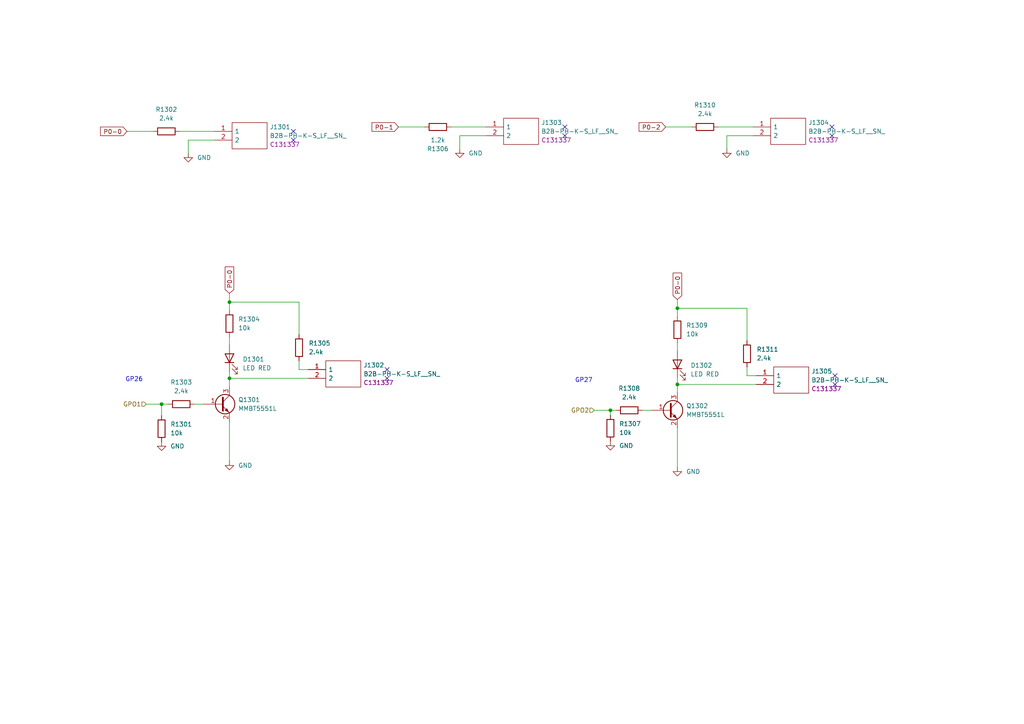
<source format=kicad_sch>
(kicad_sch (version 20211123) (generator eeschema)
  (paper "A4")
  (lib_symbols
    (symbol "Device:LED" (pin_numbers hide) (pin_names (offset 1.016) hide)
      (property "Reference" "D" (at 0 2.54 0))
      (property "Value" "LED" (at 0 -2.54 0))
      (symbol "LED_0_1"
        (polyline (pts (xy -1.27 -1.27) (xy -1.27 1.27)) (stroke (width 0.254)))
        (polyline (pts (xy -1.27 0) (xy 1.27 0)))
        (polyline (pts (xy 1.27 -1.27) (xy 1.27 1.27) (xy -1.27 0) (xy 1.27 -1.27)) (stroke (width 0.254)))
        (polyline (pts (xy -3.048 -0.762) (xy -4.572 -2.286) (xy -3.81 -2.286) (xy -4.572 -2.286) (xy -4.572 -1.524)))
        (polyline (pts (xy -1.778 -0.762) (xy -3.302 -2.286) (xy -2.54 -2.286) (xy -3.302 -2.286) (xy -3.302 -1.524)))
      )
      (symbol "LED_1_1"
        (pin passive line (at -3.81 0 0) (length 2.54) (name "K") (number "1"))
        (pin passive line (at 3.81 0 180) (length 2.54) (name "A") (number "2"))
      )
    )
    (symbol "Device:R" (pin_numbers hide) (pin_names (offset 0))
      (property "Reference" "R" (at 2.032 0 90))
      (property "Value" "R" (at 0 0 90))
      (symbol "R_0_1"
        (rectangle (start -1.016 -2.54) (end 1.016 2.54) (stroke (width 0.254)))
      )
      (symbol "R_1_1"
        (pin passive line (at 0 3.81 270) (length 1.27) (name "~") (number "1"))
        (pin passive line (at 0 -3.81 90) (length 1.27) (name "~") (number "2"))
      )
    )
    (symbol "PCB_Library:B2B-PH-K-S_LF__SN_" (pin_names (offset 0.762))
      (property "Reference" "J" (at 16.51 7.62 0))
      (property "Value" "B2B-PH-K-S_LF__SN_" (at 16.51 5.08 0))
      (property "LCSC" "C131337" (at 0 0 0))
      (symbol "B2B-PH-K-S_LF__SN__0_0"
        (pin passive line (at 0 0 0) (length 5.08) (name "1") (number "1"))
        (pin passive line (at 0 -2.54 0) (length 5.08) (name "2") (number "2"))
      )
      (symbol "B2B-PH-K-S_LF__SN__0_1"
        (polyline (pts (xy 5.08 2.54) (xy 15.24 2.54) (xy 15.24 -5.08) (xy 5.08 -5.08) (xy 5.08 2.54)) (stroke (width 0.1524)))
      )
    )
    (symbol "Transistor_BJT:MMBT5551L" (pin_names (offset 0) hide)
      (property "Reference" "Q" (at 5.08 1.905 0))
      (property "Value" "MMBT5551L" (at 5.08 0 0))
      (symbol "MMBT5551L_0_1"
        (polyline (pts (xy 0.635 0.635) (xy 2.54 2.54)))
        (polyline (pts (xy 0.635 -0.635) (xy 2.54 -2.54) (xy 2.54 -2.54)))
        (polyline (pts (xy 0.635 1.905) (xy 0.635 -1.905) (xy 0.635 -1.905)) (stroke (width 0.508)))
        (polyline (pts (xy 1.27 -1.778) (xy 1.778 -1.27) (xy 2.286 -2.286) (xy 1.27 -1.778) (xy 1.27 -1.778)) (fill (type outline)))
        (circle (center 1.27 0) (radius 2.8194) (stroke (width 0.254)))
      )
      (symbol "MMBT5551L_1_1"
        (pin input line (at -5.08 0 0) (length 5.715) (name "B") (number "1"))
        (pin passive line (at 2.54 -5.08 90) (length 2.54) (name "E") (number "2"))
        (pin passive line (at 2.54 5.08 270) (length 2.54) (name "C") (number "3"))
      )
    )
    (symbol "power:GND" (power) (pin_names (offset 0))
      (property "Value" "GND" (at 0 -3.81 0))
      (symbol "GND_0_1"
        (polyline (pts (xy 0 0) (xy 0 -1.27) (xy 1.27 -1.27) (xy 0 -2.54) (xy -1.27 -1.27) (xy 0 -1.27)))
      )
      (symbol "GND_1_1"
        (pin power_in line (at 0 0 270) (length 0) hide (name "GND") (number "1"))
      )
    )
  )
  (junction (at 196.469 111.506))
  (junction (at 46.863 117.221))
  (junction (at 196.469 89.408))
  (junction (at 66.548 87.63))
  (junction (at 177.038 118.999))
  (junction (at 66.548 109.728))
  (no_connect (at 242.189 111.506))
  (no_connect (at 242.189 108.966))
  (no_connect (at 241.3 36.83))
  (no_connect (at 241.3 39.37))
  (no_connect (at 85.09 40.64))
  (no_connect (at 85.09 38.1))
  (no_connect (at 163.83 39.37))
  (no_connect (at 163.83 36.83))
  (no_connect (at 112.268 109.728))
  (no_connect (at 112.268 107.188))
  (wire (pts (xy 196.469 111.506) (xy 219.329 111.506)))
  (wire (pts (xy 210.82 39.37) (xy 210.82 43.18)))
  (wire (pts (xy 44.45 38.1) (xy 36.83 38.1)))
  (wire (pts (xy 46.863 117.221) (xy 46.863 120.523)))
  (wire (pts (xy 196.469 89.408) (xy 216.662 89.408)))
  (wire (pts (xy 56.388 117.221) (xy 58.928 117.221)))
  (wire (pts (xy 196.469 99.441) (xy 196.469 101.854)))
  (wire (pts (xy 216.662 108.966) (xy 216.662 106.426)))
  (wire (pts (xy 66.548 97.663) (xy 66.548 100.076)))
  (wire (pts (xy 218.44 36.83) (xy 208.28 36.83)))
  (wire (pts (xy 196.469 89.408) (xy 196.469 91.821)))
  (wire (pts (xy 46.863 117.221) (xy 42.418 117.221)))
  (wire (pts (xy 218.44 39.37) (xy 210.82 39.37)))
  (wire (pts (xy 133.35 39.37) (xy 133.35 43.18)))
  (wire (pts (xy 66.548 122.301) (xy 66.548 133.731)))
  (wire (pts (xy 66.548 109.728) (xy 89.408 109.728)))
  (wire (pts (xy 186.309 118.999) (xy 188.849 118.999)))
  (wire (pts (xy 219.329 108.966) (xy 216.662 108.966)))
  (wire (pts (xy 54.61 40.64) (xy 54.61 44.45)))
  (wire (pts (xy 62.23 40.64) (xy 54.61 40.64)))
  (wire (pts (xy 177.038 118.999) (xy 172.339 118.999)))
  (wire (pts (xy 196.469 111.506) (xy 196.469 113.919)))
  (wire (pts (xy 66.548 87.63) (xy 66.548 90.043)))
  (wire (pts (xy 89.408 107.188) (xy 86.741 107.188)))
  (wire (pts (xy 86.741 87.63) (xy 86.741 97.028)))
  (wire (pts (xy 66.548 107.696) (xy 66.548 109.728)))
  (wire (pts (xy 216.662 89.408) (xy 216.662 98.806)))
  (wire (pts (xy 200.66 36.83) (xy 193.04 36.83)))
  (wire (pts (xy 66.548 87.63) (xy 86.741 87.63)))
  (wire (pts (xy 178.689 118.999) (xy 177.038 118.999)))
  (wire (pts (xy 140.97 36.83) (xy 130.81 36.83)))
  (wire (pts (xy 140.97 39.37) (xy 133.35 39.37)))
  (wire (pts (xy 196.469 124.079) (xy 196.469 135.509)))
  (wire (pts (xy 48.768 117.221) (xy 46.863 117.221)))
  (wire (pts (xy 196.469 109.474) (xy 196.469 111.506)))
  (wire (pts (xy 66.548 87.63) (xy 66.548 85.09)))
  (wire (pts (xy 177.038 118.999) (xy 177.038 120.396)))
  (wire (pts (xy 62.23 38.1) (xy 52.07 38.1)))
  (wire (pts (xy 66.548 109.728) (xy 66.548 112.141)))
  (wire (pts (xy 86.741 107.188) (xy 86.741 104.648)))
  (wire (pts (xy 196.469 89.408) (xy 196.469 86.868)))
  (wire (pts (xy 123.19 36.83) (xy 115.57 36.83)))
  (text "GP26" (at 36.322 110.871 0) (effects (font (size 1.27 1.27)) (justify left bottom)))
  (text "GP27" (at 166.751 111.125 0) (effects (font (size 1.27 1.27)) (justify left bottom)))
  (global_label "P0-0" (shape input) (at 66.548 85.09 90) (property "Intersheet References" "${INTERSHEET_REFS}" (effects hide)))
  (global_label "P0-2" (shape input) (at 193.04 36.83 180) (property "Intersheet References" "${INTERSHEET_REFS}" (effects hide)))
  (global_label "P0-0" (shape input) (at 36.83 38.1 180) (property "Intersheet References" "${INTERSHEET_REFS}" (effects hide)))
  (global_label "P0-0" (shape input) (at 196.469 86.868 90) (property "Intersheet References" "${INTERSHEET_REFS}" (effects hide)))
  (global_label "P0-1" (shape input) (at 115.57 36.83 180) (property "Intersheet References" "${INTERSHEET_REFS}" (effects hide)))
  (hierarchical_label "GPO2" (shape input) (at 172.339 118.999 180))
  (hierarchical_label "GPO1" (shape input) (at 42.418 117.221 180))
  (symbol (lib_id "Device:R") (at 216.662 102.616 0) (unit 1)
    (property "Reference" "R1311" (at 219.456 101.3459 0) (effects (justify left)))
    (property "Value" "2.4k" (at 219.456 103.8859 0) (effects (justify left)))
    (property "Footprint" "Footprints:R_0402_1005Metric" (effects hide))
    (property "LCSC" "C25882" (effects hide))
  )
  (symbol (lib_id "PCB_Library:B2B-PH-K-S_LF__SN_") (at 140.97 36.83 0) (unit 1)
    (property "Reference" "J1303" (at 156.972 35.5599 0) (effects (justify left)))
    (property "Value" "B2B-PH-K-S_LF__SN_" (at 156.972 38.0999 0) (effects (justify left)))
    (property "Footprint" "PCB_Library:SHDR2W50P0X200_1X2_590X450X600P" (effects hide))
    (property "Datasheet" "https://datasheet.lcsc.com/lcsc/1811151524_JST-Sales-America-B2B-PH-K-S-LF-SN_C131337.pdf" (effects hide))
    (property "Description" "PH-2.0mm Header top entry 2 way JST PH Series, Series Number B2B, 2mm Pitch 2 Way 1 Row Straight PCB Header, Through Hole Termination, 2A" (effects hide))
    (property "Height" "6" (effects hide))
    (property "Manufacturer_Name" "JST (JAPAN SOLDERLESS TERMINALS)" (effects hide))
    (property "Manufacturer_Part_Number" "B2B-PH-K-S(LF)(SN)" (effects hide))
    (property "LCSC" "C131337" (at 156.972 40.6399 0) (effects (justify left)))
  )
  (symbol (lib_id "Device:R") (at 66.548 93.853 180) (unit 1)
    (property "Reference" "R1304" (at 69.088 92.5829 0) (effects (justify right)))
    (property "Value" "10k" (at 69.088 95.1229 0) (effects (justify right)))
    (property "Footprint" "Footprints:R_0402_1005Metric" (effects hide))
    (property "LCSC" "C25744" (effects hide))
  )
  (symbol (lib_id "Device:R") (at 196.469 95.631 180) (unit 1)
    (property "Reference" "R1309" (at 199.009 94.3609 0) (effects (justify right)))
    (property "Value" "10k" (at 199.009 96.9009 0) (effects (justify right)))
    (property "Footprint" "Footprints:R_0402_1005Metric" (effects hide))
    (property "LCSC" "C25744" (effects hide))
  )
  (symbol (lib_id "PCB_Library:B2B-PH-K-S_LF__SN_") (at 89.408 107.188 0) (unit 1)
    (property "Reference" "J1302" (at 105.41 105.9179 0) (effects (justify left)))
    (property "Value" "B2B-PH-K-S_LF__SN_" (at 105.41 108.4579 0) (effects (justify left)))
    (property "Footprint" "PCB_Library:SHDR2W50P0X200_1X2_590X450X600P" (effects hide))
    (property "Datasheet" "https://datasheet.lcsc.com/lcsc/1811151524_JST-Sales-America-B2B-PH-K-S-LF-SN_C131337.pdf" (effects hide))
    (property "Description" "PH-2.0mm Header top entry 2 way JST PH Series, Series Number B2B, 2mm Pitch 2 Way 1 Row Straight PCB Header, Through Hole Termination, 2A" (effects hide))
    (property "Height" "6" (effects hide))
    (property "Manufacturer_Name" "JST (JAPAN SOLDERLESS TERMINALS)" (effects hide))
    (property "Manufacturer_Part_Number" "B2B-PH-K-S(LF)(SN)" (effects hide))
    (property "LCSC" "C131337" (at 105.41 110.9979 0) (effects (justify left)))
  )
  (symbol (lib_id "Device:LED") (at 196.469 105.664 90) (unit 1)
    (property "Reference" "D1302" (at 200.279 105.9814 90) (effects (justify right)))
    (property "Value" "LED RED" (at 200.279 108.5214 90) (effects (justify right)))
    (property "Footprint" "Footprints:LED_0603_1608Metric" (effects hide))
    (property "LCSC" "C2286" (effects hide))
  )
  (symbol (lib_id "Device:R") (at 177.038 124.206 180) (unit 1)
    (property "Reference" "R1307" (at 179.578 122.9359 0) (effects (justify right)))
    (property "Value" "10k" (at 179.578 125.4759 0) (effects (justify right)))
    (property "Footprint" "Footprints:R_0402_1005Metric" (effects hide))
    (property "LCSC" "C25744" (effects hide))
  )
  (symbol (lib_id "Device:R") (at 52.578 117.221 270) (unit 1)
    (property "Reference" "R1303" (at 52.578 110.871 90))
    (property "Value" "2.4k" (at 52.578 113.411 90))
    (property "Footprint" "Footprints:R_0402_1005Metric" (effects hide))
    (property "LCSC" "C25882" (effects hide))
  )
  (symbol (lib_id "power:GND") (at 196.469 135.509 0) (unit 1)
    (property "Reference" "#PWR01306" (effects hide))
    (property "Value" "GND" (at 199.009 136.7789 0) (effects (justify left)))
  )
  (symbol (lib_id "Device:R") (at 48.26 38.1 270) (unit 1)
    (property "Reference" "R1302" (at 48.26 31.75 90))
    (property "Value" "2.4k" (at 48.26 34.29 90))
    (property "Footprint" "Footprints:R_0402_1005Metric" (effects hide))
    (property "LCSC" "C25882" (effects hide))
  )
  (symbol (lib_id "PCB_Library:B2B-PH-K-S_LF__SN_") (at 219.329 108.966 0) (unit 1)
    (property "Reference" "J1305" (at 235.331 107.6959 0) (effects (justify left)))
    (property "Value" "B2B-PH-K-S_LF__SN_" (at 235.331 110.2359 0) (effects (justify left)))
    (property "Footprint" "PCB_Library:SHDR2W50P0X200_1X2_590X450X600P" (effects hide))
    (property "Datasheet" "https://datasheet.lcsc.com/lcsc/1811151524_JST-Sales-America-B2B-PH-K-S-LF-SN_C131337.pdf" (effects hide))
    (property "Description" "PH-2.0mm Header top entry 2 way JST PH Series, Series Number B2B, 2mm Pitch 2 Way 1 Row Straight PCB Header, Through Hole Termination, 2A" (effects hide))
    (property "Height" "6" (effects hide))
    (property "Manufacturer_Name" "JST (JAPAN SOLDERLESS TERMINALS)" (effects hide))
    (property "Manufacturer_Part_Number" "B2B-PH-K-S(LF)(SN)" (effects hide))
    (property "LCSC" "C131337" (at 235.331 112.7759 0) (effects (justify left)))
  )
  (symbol (lib_id "Transistor_BJT:MMBT5551L") (at 193.929 118.999 0) (unit 1)
    (property "Reference" "Q1302" (at 199.009 117.7289 0) (effects (justify left)))
    (property "Value" "MMBT5551L" (at 199.009 120.2689 0) (effects (justify left)))
    (property "Footprint" "Package_TO_SOT_SMD:SOT-23" (effects hide))
    (property "Datasheet" "www.onsemi.com/pub/Collateral/MMBT5550LT1-D.PDF" (effects hide))
    (property "LCSC" "C2145" (effects hide))
  )
  (symbol (lib_id "power:GND") (at 210.82 43.18 0) (unit 1)
    (property "Reference" "#PWR01307" (effects hide))
    (property "Value" "GND" (at 213.36 44.4499 0) (effects (justify left)))
  )
  (symbol (lib_id "Device:R") (at 182.499 118.999 270) (unit 1)
    (property "Reference" "R1308" (at 182.499 112.649 90))
    (property "Value" "2.4k" (at 182.499 115.189 90))
    (property "Footprint" "Footprints:R_0402_1005Metric" (effects hide))
    (property "LCSC" "C25882" (effects hide))
  )
  (symbol (lib_id "Device:R") (at 204.47 36.83 270) (unit 1)
    (property "Reference" "R1310" (at 204.47 30.48 90))
    (property "Value" "2.4k" (at 204.47 33.02 90))
    (property "Footprint" "Footprints:R_0402_1005Metric" (effects hide))
    (property "LCSC" "C25882" (effects hide))
  )
  (symbol (lib_id "Device:R") (at 46.863 124.333 180) (unit 1)
    (property "Reference" "R1301" (at 49.403 123.0629 0) (effects (justify right)))
    (property "Value" "10k" (at 49.403 125.6029 0) (effects (justify right)))
    (property "Footprint" "Footprints:R_0402_1005Metric" (effects hide))
    (property "LCSC" "C25744" (effects hide))
  )
  (symbol (lib_id "power:GND") (at 54.61 44.45 0) (unit 1)
    (property "Reference" "#PWR01302" (effects hide))
    (property "Value" "GND" (at 57.15 45.7199 0) (effects (justify left)))
  )
  (symbol (lib_id "Device:R") (at 86.741 100.838 0) (unit 1)
    (property "Reference" "R1305" (at 89.535 99.5679 0) (effects (justify left)))
    (property "Value" "2.4k" (at 89.535 102.1079 0) (effects (justify left)))
    (property "Footprint" "Footprints:R_0402_1005Metric" (effects hide))
    (property "LCSC" "C25882" (effects hide))
  )
  (symbol (lib_id "power:GND") (at 133.35 43.18 0) (unit 1)
    (property "Reference" "#PWR01304" (effects hide))
    (property "Value" "GND" (at 135.89 44.4499 0) (effects (justify left)))
  )
  (symbol (lib_id "PCB_Library:B2B-PH-K-S_LF__SN_") (at 62.23 38.1 0) (unit 1)
    (property "Reference" "J1301" (at 78.232 36.8299 0) (effects (justify left)))
    (property "Value" "B2B-PH-K-S_LF__SN_" (at 78.232 39.3699 0) (effects (justify left)))
    (property "Footprint" "PCB_Library:SHDR2W50P0X200_1X2_590X450X600P" (effects hide))
    (property "Datasheet" "https://datasheet.lcsc.com/lcsc/1811151524_JST-Sales-America-B2B-PH-K-S-LF-SN_C131337.pdf" (effects hide))
    (property "Description" "PH-2.0mm Header top entry 2 way JST PH Series, Series Number B2B, 2mm Pitch 2 Way 1 Row Straight PCB Header, Through Hole Termination, 2A" (effects hide))
    (property "Height" "6" (effects hide))
    (property "Manufacturer_Name" "JST (JAPAN SOLDERLESS TERMINALS)" (effects hide))
    (property "Manufacturer_Part_Number" "B2B-PH-K-S(LF)(SN)" (effects hide))
    (property "LCSC" "C131337" (at 78.232 41.9099 0) (effects (justify left)))
  )
  (symbol (lib_id "Device:R") (at 127 36.83 270) (unit 1)
    (property "Reference" "R1306" (at 127 43.18 90))
    (property "Value" "1.2k" (at 127 40.64 90))
    (property "Footprint" "Footprints:R_0402_1005Metric" (effects hide))
    (property "LCSC" "C25862" (effects hide))
  )
  (symbol (lib_id "Transistor_BJT:MMBT5551L") (at 64.008 117.221 0) (unit 1)
    (property "Reference" "Q1301" (at 69.088 115.9509 0) (effects (justify left)))
    (property "Value" "MMBT5551L" (at 69.088 118.4909 0) (effects (justify left)))
    (property "Footprint" "Package_TO_SOT_SMD:SOT-23" (effects hide))
    (property "Datasheet" "www.onsemi.com/pub/Collateral/MMBT5550LT1-D.PDF" (effects hide))
    (property "LCSC" "C2145" (effects hide))
  )
  (symbol (lib_id "Device:LED") (at 66.548 103.886 90) (unit 1)
    (property "Reference" "D1301" (at 70.358 104.2034 90) (effects (justify right)))
    (property "Value" "LED RED" (at 70.358 106.7434 90) (effects (justify right)))
    (property "Footprint" "Footprints:LED_0603_1608Metric" (effects hide))
    (property "LCSC" "C2286" (effects hide))
  )
  (symbol (lib_id "power:GND") (at 46.863 128.143 0) (unit 1)
    (property "Reference" "#PWR01301" (effects hide))
    (property "Value" "GND" (at 49.403 129.4129 0) (effects (justify left)))
  )
  (symbol (lib_id "power:GND") (at 177.038 128.016 0) (unit 1)
    (property "Reference" "#PWR01305" (effects hide))
    (property "Value" "GND" (at 179.578 129.2859 0) (effects (justify left)))
  )
  (symbol (lib_id "PCB_Library:B2B-PH-K-S_LF__SN_") (at 218.44 36.83 0) (unit 1)
    (property "Reference" "J1304" (at 234.442 35.5599 0) (effects (justify left)))
    (property "Value" "B2B-PH-K-S_LF__SN_" (at 234.442 38.0999 0) (effects (justify left)))
    (property "Footprint" "PCB_Library:SHDR2W50P0X200_1X2_590X450X600P" (effects hide))
    (property "Datasheet" "https://datasheet.lcsc.com/lcsc/1811151524_JST-Sales-America-B2B-PH-K-S-LF-SN_C131337.pdf" (effects hide))
    (property "Description" "PH-2.0mm Header top entry 2 way JST PH Series, Series Number B2B, 2mm Pitch 2 Way 1 Row Straight PCB Header, Through Hole Termination, 2A" (effects hide))
    (property "Height" "6" (effects hide))
    (property "Manufacturer_Name" "JST (JAPAN SOLDERLESS TERMINALS)" (effects hide))
    (property "Manufacturer_Part_Number" "B2B-PH-K-S(LF)(SN)" (effects hide))
    (property "LCSC" "C131337" (at 234.442 40.6399 0) (effects (justify left)))
  )
  (symbol (lib_id "power:GND") (at 66.548 133.731 0) (unit 1)
    (property "Reference" "#PWR01303" (effects hide))
    (property "Value" "GND" (at 69.088 135.0009 0) (effects (justify left)))
  )
)
</source>
